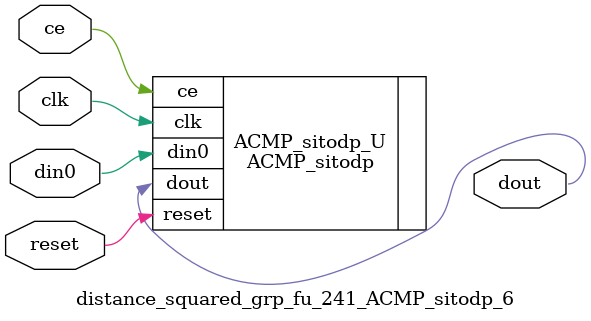
<source format=v>

`timescale 1 ns / 1 ps
module distance_squared_grp_fu_241_ACMP_sitodp_6(
    clk,
    reset,
    ce,
    din0,
    dout);

parameter ID = 32'd1;
parameter NUM_STAGE = 32'd1;
parameter din0_WIDTH = 32'd1;
parameter dout_WIDTH = 32'd1;
input clk;
input reset;
input ce;
input[din0_WIDTH - 1:0] din0;
output[dout_WIDTH - 1:0] dout;



ACMP_sitodp #(
.ID( ID ),
.NUM_STAGE( 4 ),
.din0_WIDTH( din0_WIDTH ),
.dout_WIDTH( dout_WIDTH ))
ACMP_sitodp_U(
    .clk( clk ),
    .reset( reset ),
    .ce( ce ),
    .din0( din0 ),
    .dout( dout ));

endmodule

</source>
